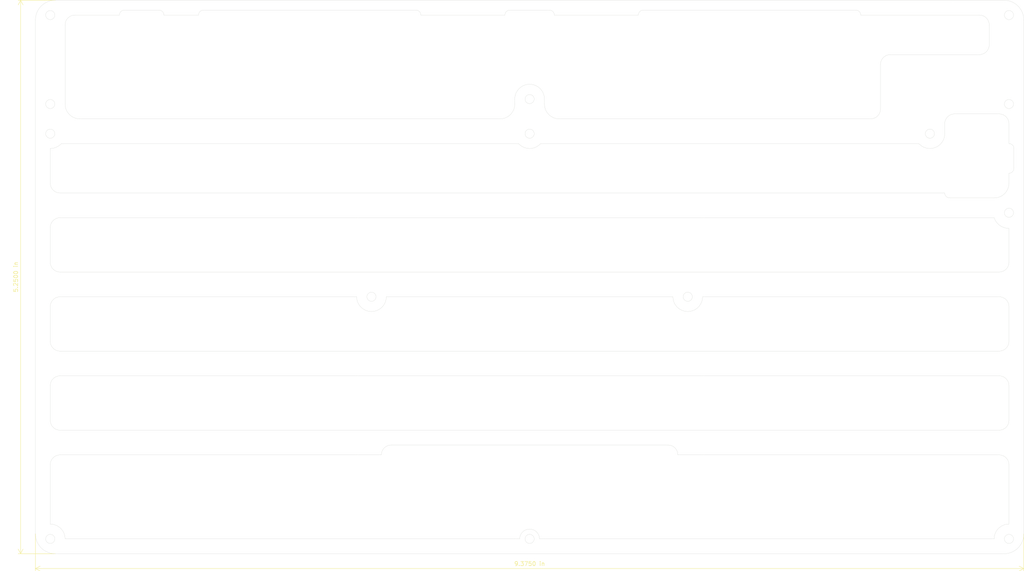
<source format=kicad_pcb>
(kicad_pcb (version 20171130) (host pcbnew "(5.1.5)-3")

  (general
    (thickness 1.6)
    (drawings 130)
    (tracks 0)
    (zones 0)
    (modules 0)
    (nets 1)
  )

  (page A4)
  (layers
    (0 F.Cu signal)
    (31 B.Cu signal)
    (32 B.Adhes user hide)
    (33 F.Adhes user hide)
    (34 B.Paste user hide)
    (35 F.Paste user hide)
    (36 B.SilkS user)
    (37 F.SilkS user)
    (38 B.Mask user)
    (39 F.Mask user)
    (40 Dwgs.User user hide)
    (41 Cmts.User user hide)
    (42 Eco1.User user hide)
    (43 Eco2.User user hide)
    (44 Edge.Cuts user)
    (45 Margin user hide)
    (46 B.CrtYd user hide)
    (47 F.CrtYd user hide)
    (48 B.Fab user hide)
    (49 F.Fab user hide)
  )

  (setup
    (last_trace_width 0.35)
    (trace_clearance 0.2)
    (zone_clearance 0.508)
    (zone_45_only no)
    (trace_min 0.2)
    (via_size 0.8)
    (via_drill 0.4)
    (via_min_size 0.4)
    (via_min_drill 0.3)
    (uvia_size 0.3)
    (uvia_drill 0.1)
    (uvias_allowed no)
    (uvia_min_size 0.2)
    (uvia_min_drill 0.1)
    (edge_width 0.05)
    (segment_width 0.2)
    (pcb_text_width 0.3)
    (pcb_text_size 1.5 1.5)
    (mod_edge_width 0.12)
    (mod_text_size 1 1)
    (mod_text_width 0.15)
    (pad_size 1.524 1.524)
    (pad_drill 0.762)
    (pad_to_mask_clearance 0.051)
    (solder_mask_min_width 0.25)
    (aux_axis_origin 0 0)
    (grid_origin 151.79925 56.426375)
    (visible_elements 7FFFF77F)
    (pcbplotparams
      (layerselection 0x01000_7ffffffe)
      (usegerberextensions true)
      (usegerberattributes false)
      (usegerberadvancedattributes false)
      (creategerberjobfile false)
      (excludeedgelayer true)
      (linewidth 0.100000)
      (plotframeref false)
      (viasonmask false)
      (mode 1)
      (useauxorigin false)
      (hpglpennumber 1)
      (hpglpenspeed 20)
      (hpglpendiameter 15.000000)
      (psnegative false)
      (psa4output false)
      (plotreference true)
      (plotvalue true)
      (plotinvisibletext false)
      (padsonsilk false)
      (subtractmaskfromsilk false)
      (outputformat 3)
      (mirror false)
      (drillshape 0)
      (scaleselection 1)
      (outputdirectory "dxf/"))
  )

  (net 0 "")

  (net_class Default "This is the default net class."
    (clearance 0.2)
    (trace_width 0.35)
    (via_dia 0.8)
    (via_drill 0.4)
    (uvia_dia 0.3)
    (uvia_drill 0.1)
    (diff_pair_width 0.35)
    (diff_pair_gap 0.25)
  )

  (dimension 238.125 (width 0.12) (layer F.SilkS)
    (gr_text "238.125 mm" (at 151.79925 162.471815) (layer F.SilkS)
      (effects (font (size 1 1) (thickness 0.15)))
    )
    (feature1 (pts (xy 270.86175 152.867) (xy 270.86175 161.788236)))
    (feature2 (pts (xy 32.73675 152.867) (xy 32.73675 161.788236)))
    (crossbar (pts (xy 32.73675 161.201815) (xy 270.86175 161.201815)))
    (arrow1a (pts (xy 270.86175 161.201815) (xy 269.735246 161.788236)))
    (arrow1b (pts (xy 270.86175 161.201815) (xy 269.735246 160.615394)))
    (arrow2a (pts (xy 32.73675 161.201815) (xy 33.863254 161.788236)))
    (arrow2b (pts (xy 32.73675 161.201815) (xy 33.863254 160.615394)))
  )
  (dimension 133.350425 (width 0.12) (layer F.SilkS)
    (gr_text "133.350 mm" (at 27.894596 90.954677 89.99979376) (layer F.SilkS)
      (effects (font (size 1 1) (thickness 0.15)))
    )
    (feature1 (pts (xy 37.49877 157.629925) (xy 28.577935 157.629893)))
    (feature2 (pts (xy 37.49925 24.2795) (xy 28.578415 24.279468)))
    (crossbar (pts (xy 29.164836 24.27947) (xy 29.164356 157.629895)))
    (arrow1a (pts (xy 29.164356 157.629895) (xy 28.577939 156.503389)))
    (arrow1b (pts (xy 29.164356 157.629895) (xy 29.750781 156.503393)))
    (arrow2a (pts (xy 29.164836 24.27947) (xy 28.578411 25.405972)))
    (arrow2b (pts (xy 29.164836 24.27947) (xy 29.751253 25.405976)))
  )
  (gr_line (start 262.52784 30.232515) (end 262.52784 34.995035) (layer Edge.Cuts) (width 0.05) (tstamp 600FDE40))
  (gr_arc (start 260.14658 30.232515) (end 262.52784 30.232515) (angle -90) (layer Edge.Cuts) (width 0.05))
  (gr_line (start 42.26129 27.851255) (end 52.977375 27.851375) (layer Edge.Cuts) (width 0.05) (tstamp 600FB170))
  (gr_line (start 39.88003 49.282595) (end 39.88003 30.232515) (layer Edge.Cuts) (width 0.05) (tstamp 600FB16F))
  (gr_arc (start 42.26129 30.232515) (end 42.26129 27.851255) (angle -90) (layer Edge.Cuts) (width 0.05))
  (gr_line (start 260.14658 37.376295) (end 238.71524 37.376295) (layer Edge.Cuts) (width 0.05) (tstamp 600FB16E))
  (gr_line (start 233.95272 52.854485) (end 158.94303 52.854485) (layer Edge.Cuts) (width 0.05) (tstamp 600FB16D))
  (gr_line (start 236.33398 39.757555) (end 236.33398 50.473225) (layer Edge.Cuts) (width 0.05) (tstamp 600FB16C))
  (gr_arc (start 233.95272 50.473225) (end 233.95272 52.854485) (angle -90) (layer Edge.Cuts) (width 0.05))
  (gr_arc (start 238.71524 39.757555) (end 238.71524 37.376295) (angle -90) (layer Edge.Cuts) (width 0.05))
  (gr_arc (start 260.14658 34.995035) (end 260.14658 37.376295) (angle -90) (layer Edge.Cuts) (width 0.05))
  (gr_line (start 264.9091 51.663855) (end 254.19343 51.663855) (layer Edge.Cuts) (width 0.05) (tstamp 600FA523))
  (gr_line (start 267.289875 58.807625) (end 267.29036 54.045115) (layer Edge.Cuts) (width 0.05) (tstamp 600FA522))
  (gr_line (start 251.810485 56.426375) (end 251.81217 54.045115) (layer Edge.Cuts) (width 0.05) (tstamp 600FA521))
  (gr_arc (start 254.19343 54.045115) (end 254.19343 51.663855) (angle -90) (layer Edge.Cuts) (width 0.05))
  (gr_arc (start 264.9091 54.045115) (end 267.29036 54.045115) (angle -90) (layer Edge.Cuts) (width 0.05))
  (gr_line (start 43.45192 52.854485) (end 144.65547 52.854485) (layer Edge.Cuts) (width 0.05) (tstamp 600FA4DC))
  (gr_line (start 155.37114 49.282595) (end 155.37114 48.091965) (layer Edge.Cuts) (width 0.05) (tstamp 600FA4DB))
  (gr_line (start 148.22736 49.282595) (end 148.22736 48.091965) (layer Edge.Cuts) (width 0.05) (tstamp 600FA4DA))
  (gr_arc (start 144.65547 49.282595) (end 144.65547 52.854485) (angle -90) (layer Edge.Cuts) (width 0.05))
  (gr_arc (start 158.94303 49.282595) (end 155.37114 49.282595) (angle -90) (layer Edge.Cuts) (width 0.05))
  (gr_arc (start 151.79925 48.091965) (end 155.37114 48.091965) (angle -180) (layer Edge.Cuts) (width 0.05))
  (gr_arc (start 43.45192 49.282595) (end 39.88003 49.282595) (angle -90) (layer Edge.Cuts) (width 0.05))
  (gr_circle (center 267.29036 49.282595) (end 268.39036 49.282595) (layer Edge.Cuts) (width 0.05) (tstamp 600F99BD))
  (gr_circle (center 151.79925 48.091965) (end 152.89925 48.091965) (layer Edge.Cuts) (width 0.05) (tstamp 600F99BD))
  (gr_circle (center 36.30814 49.282595) (end 37.40814 49.282595) (layer Edge.Cuts) (width 0.05) (tstamp 600F99BD))
  (gr_circle (center 36.308625 154.057625) (end 37.408625 154.057625) (layer Edge.Cuts) (width 0.05) (tstamp 5FE1303D))
  (gr_circle (center 36.308625 56.426375) (end 37.408625 56.426375) (layer Edge.Cuts) (width 0.05) (tstamp 5FE13B45))
  (gr_circle (center 36.308625 27.851375) (end 37.408625 27.851375) (layer Edge.Cuts) (width 0.05) (tstamp 5FE13044))
  (gr_line (start 245.579252 58.807623) (end 154.459318 58.808245) (layer Edge.Cuts) (width 0.05) (tstamp 5FE16736))
  (gr_arc (start 151.79925 56.426375) (end 149.138626 58.807624) (angle -96.32975834) (layer Edge.Cuts) (width 0.05))
  (gr_line (start 149.138626 58.807624) (end 38.969912 58.808777) (layer Edge.Cuts) (width 0.05) (tstamp 5FE16585))
  (gr_line (start 36.308625 59.99825) (end 36.308625 68.332625) (layer Edge.Cuts) (width 0.05) (tstamp 5FE1655C))
  (gr_line (start 38.689875 70.713875) (end 251.81175 70.713875) (layer Edge.Cuts) (width 0.05) (tstamp 5FE16563))
  (gr_line (start 253.002375 71.9045) (end 263.718 71.9045) (layer Edge.Cuts) (width 0.05) (tstamp 5FE16566))
  (gr_line (start 268.4805 64.76075) (end 268.4805 59.99825) (layer Edge.Cuts) (width 0.05) (tstamp 5FE1656F))
  (gr_arc (start 248.239875 56.426375) (end 245.579252 58.807623) (angle -138.1715706) (layer Edge.Cuts) (width 0.05))
  (gr_line (start 267.289875 68.332625) (end 267.289875 65.951375) (layer Edge.Cuts) (width 0.05) (tstamp 5FE1656A))
  (gr_line (start 154.1805 154.057625) (end 155.371125 154.057625) (layer Edge.Cuts) (width 0.05) (tstamp 5FE1F21F))
  (gr_line (start 148.227375 154.057625) (end 149.418 154.057625) (layer Edge.Cuts) (width 0.05) (tstamp 5FE1F21E))
  (gr_arc (start 151.79925 154.057625) (end 154.1805 154.057625) (angle -180) (layer Edge.Cuts) (width 0.05))
  (gr_arc (start 267.289875 64.76075) (end 267.289875 65.951375) (angle -90) (layer Edge.Cuts) (width 0.05))
  (gr_arc (start 267.289875 59.99825) (end 268.4805 59.99825) (angle -90) (layer Edge.Cuts) (width 0.05))
  (gr_line (start 231.571125 27.851375) (end 260.14658 27.851375) (layer Edge.Cuts) (width 0.05) (tstamp 5FE1B4A3))
  (gr_line (start 157.752375 27.851375) (end 177.993 27.851375) (layer Edge.Cuts) (width 0.05) (tstamp 5FE1B4A2))
  (gr_line (start 125.6055 27.851375) (end 145.846125 27.851375) (layer Edge.Cuts) (width 0.05) (tstamp 5FE1B4A1))
  (gr_line (start 63.693 27.851375) (end 72.027375 27.851375) (layer Edge.Cuts) (width 0.05) (tstamp 5FE1B4A0))
  (gr_line (start 179.183625 26.66075) (end 230.3805 26.66075) (layer Edge.Cuts) (width 0.05) (tstamp 5FE19A59))
  (gr_line (start 147.03675 26.66075) (end 156.56175 26.66075) (layer Edge.Cuts) (width 0.05) (tstamp 5FE19A58))
  (gr_line (start 73.218 26.66075) (end 124.414875 26.66075) (layer Edge.Cuts) (width 0.05) (tstamp 5FE19A57))
  (gr_line (start 54.168 26.66075) (end 62.502375 26.66075) (layer Edge.Cuts) (width 0.05) (tstamp 5FE19A56))
  (gr_arc (start 230.3805 27.851375) (end 231.571125 27.851375) (angle -90) (layer Edge.Cuts) (width 0.05))
  (gr_arc (start 179.183625 27.851375) (end 179.183625 26.66075) (angle -90) (layer Edge.Cuts) (width 0.05))
  (gr_arc (start 156.56175 27.851375) (end 157.752375 27.851375) (angle -90) (layer Edge.Cuts) (width 0.05))
  (gr_arc (start 147.03675 27.851375) (end 147.03675 26.66075) (angle -90) (layer Edge.Cuts) (width 0.05))
  (gr_arc (start 124.414875 27.851375) (end 125.6055 27.851375) (angle -90) (layer Edge.Cuts) (width 0.05))
  (gr_arc (start 73.218 27.851375) (end 73.218 26.66075) (angle -90) (layer Edge.Cuts) (width 0.05))
  (gr_arc (start 62.502375 27.851375) (end 63.693 27.851375) (angle -90) (layer Edge.Cuts) (width 0.05))
  (gr_arc (start 54.168 27.851375) (end 54.168 26.66075) (angle -90) (layer Edge.Cuts) (width 0.05))
  (gr_arc (start 263.718 68.332625) (end 263.718 71.9045) (angle -90) (layer Edge.Cuts) (width 0.05))
  (gr_arc (start 253.002375 70.713875) (end 251.81175 70.713875) (angle -90) (layer Edge.Cuts) (width 0.05))
  (gr_line (start 187.518 133.817) (end 193.471125 133.817) (layer Edge.Cuts) (width 0.05) (tstamp 5FE13E7E))
  (gr_line (start 110.127375 133.817) (end 116.0805 133.817) (layer Edge.Cuts) (width 0.05) (tstamp 5FE13E7B))
  (gr_line (start 118.46175 131.43575) (end 185.13675 131.43575) (layer Edge.Cuts) (width 0.05) (tstamp 5FE13E77))
  (gr_arc (start 185.13675 133.817) (end 187.518 133.817) (angle -90) (layer Edge.Cuts) (width 0.05))
  (gr_arc (start 118.46175 133.817) (end 118.46175 131.43575) (angle -90) (layer Edge.Cuts) (width 0.05))
  (gr_line (start 267.289875 136.19825) (end 267.289875 150.48575) (layer Edge.Cuts) (width 0.05) (tstamp 5FE13DA9))
  (gr_line (start 267.289875 117.14825) (end 267.289875 125.482625) (layer Edge.Cuts) (width 0.05) (tstamp 5FE13DA8))
  (gr_line (start 36.308625 136.19825) (end 36.308625 150.48575) (layer Edge.Cuts) (width 0.05) (tstamp 5FE13DA7))
  (gr_line (start 36.308625 117.14825) (end 36.308625 125.482625) (layer Edge.Cuts) (width 0.05) (tstamp 5FE13DA6))
  (gr_line (start 38.689875 133.817) (end 110.127375 133.817) (layer Edge.Cuts) (width 0.05) (tstamp 5FE13D9C))
  (gr_arc (start 264.908625 125.482625) (end 264.908625 127.863875) (angle -90) (layer Edge.Cuts) (width 0.05) (tstamp 5FE13D9B))
  (gr_arc (start 264.908625 136.19825) (end 267.289875 136.19825) (angle -90) (layer Edge.Cuts) (width 0.05) (tstamp 5FE13D9A))
  (gr_line (start 264.908625 133.817) (end 193.471125 133.817) (layer Edge.Cuts) (width 0.05) (tstamp 5FE13D99))
  (gr_arc (start 38.689875 136.19825) (end 38.689875 133.817) (angle -90) (layer Edge.Cuts) (width 0.05) (tstamp 5FE13D98))
  (gr_line (start 38.689875 127.863875) (end 264.908625 127.863875) (layer Edge.Cuts) (width 0.05) (tstamp 5FE13D97))
  (gr_arc (start 38.689875 125.482625) (end 36.308625 125.482625) (angle -90) (layer Edge.Cuts) (width 0.05) (tstamp 5FE13D96))
  (gr_arc (start 38.689875 68.332625) (end 36.308625 68.332625) (angle -90) (layer Edge.Cuts) (width 0.05))
  (gr_arc (start 36.308625 56.426375) (end 36.308625 59.99825) (angle -48.16488004) (layer Edge.Cuts) (width 0.05))
  (gr_line (start 264.908625 89.763875) (end 38.689875 89.763875) (layer Edge.Cuts) (width 0.05) (tstamp 5FE13D4F))
  (gr_line (start 267.289874 79.241461) (end 267.289875 87.382625) (layer Edge.Cuts) (width 0.05) (tstamp 5FE13D4E))
  (gr_arc (start 264.908625 87.382625) (end 264.908625 89.763875) (angle -90) (layer Edge.Cuts) (width 0.05))
  (gr_line (start 110.127375 76.667) (end 38.689875 76.667) (layer Edge.Cuts) (width 0.05) (tstamp 5FE13D4D))
  (gr_line (start 36.308625 79.04825) (end 36.308625 87.382625) (layer Edge.Cuts) (width 0.05) (tstamp 5FE13D4B))
  (gr_arc (start 38.689875 87.382625) (end 36.308625 87.382625) (angle -90) (layer Edge.Cuts) (width 0.05))
  (gr_arc (start 38.689875 79.04825) (end 38.689875 76.667) (angle -90) (layer Edge.Cuts) (width 0.05))
  (gr_line (start 263.718001 76.666999) (end 193.471125 76.667) (layer Edge.Cuts) (width 0.05) (tstamp 5FE13D42))
  (gr_arc (start 267.289875 75.476375) (end 263.718001 76.666999) (angle -71.56505118) (layer Edge.Cuts) (width 0.05))
  (gr_line (start 38.689875 108.813875) (end 264.908625 108.813875) (layer Edge.Cuts) (width 0.05) (tstamp 5FE13C95))
  (gr_line (start 36.308625 98.09825) (end 36.308625 106.432625) (layer Edge.Cuts) (width 0.05) (tstamp 5FE13C94))
  (gr_line (start 38.689875 95.717) (end 110.127375 95.717) (layer Edge.Cuts) (width 0.05) (tstamp 5FE13C93))
  (gr_line (start 264.908625 95.717) (end 193.471125 95.717) (layer Edge.Cuts) (width 0.05) (tstamp 5FE13C92))
  (gr_line (start 267.289875 106.432625) (end 267.289875 98.09825) (layer Edge.Cuts) (width 0.05) (tstamp 5FE13C91))
  (gr_arc (start 264.908625 106.432625) (end 264.908625 108.813875) (angle -90) (layer Edge.Cuts) (width 0.05))
  (gr_arc (start 264.908625 98.09825) (end 267.289875 98.09825) (angle -90) (layer Edge.Cuts) (width 0.05))
  (gr_arc (start 38.689875 98.09825) (end 38.689875 95.717) (angle -90) (layer Edge.Cuts) (width 0.05))
  (gr_arc (start 38.689875 106.432625) (end 36.308625 106.432625) (angle -90) (layer Edge.Cuts) (width 0.05))
  (gr_line (start 38.689875 114.767) (end 110.127375 114.767) (layer Edge.Cuts) (width 0.05) (tstamp 5FE13C90))
  (gr_line (start 264.908625 114.767) (end 193.471125 114.767) (layer Edge.Cuts) (width 0.05) (tstamp 5FE13C8E))
  (gr_arc (start 264.908625 117.14825) (end 267.289875 117.14825) (angle -90) (layer Edge.Cuts) (width 0.05))
  (gr_arc (start 38.689875 117.14825) (end 38.689875 114.767) (angle -90) (layer Edge.Cuts) (width 0.05))
  (gr_circle (center 151.79925 56.426375) (end 152.89925 56.426375) (layer Edge.Cuts) (width 0.05) (tstamp 5FE13C8B))
  (gr_line (start 155.371125 154.057625) (end 263.718 154.057625) (layer Edge.Cuts) (width 0.05) (tstamp 5FE13B8B))
  (gr_line (start 39.8805 154.057625) (end 148.227375 154.057625) (layer Edge.Cuts) (width 0.05) (tstamp 5FE13B8A))
  (gr_circle (center 248.239875 56.426375) (end 249.339875 56.426375) (layer Edge.Cuts) (width 0.05) (tstamp 5FE13B45))
  (gr_circle (center 267.289875 75.476375) (end 268.389875 75.476375) (layer Edge.Cuts) (width 0.05) (tstamp 5FE13B45))
  (gr_circle (center 151.79925 154.057625) (end 152.89925 154.057625) (layer Edge.Cuts) (width 0.05) (tstamp 5FE13B20))
  (gr_line (start 193.471125 114.767) (end 110.127375 114.767) (layer Edge.Cuts) (width 0.05) (tstamp 5FE13573))
  (gr_line (start 110.127375 76.667) (end 193.471125 76.667) (layer Edge.Cuts) (width 0.05) (tstamp 5FE13572))
  (gr_arc (start 189.89925 95.717) (end 186.327375 95.717) (angle -180) (layer Edge.Cuts) (width 0.05) (tstamp 5FE13547))
  (gr_circle (center 189.89925 95.717) (end 190.99925 95.717) (layer Edge.Cuts) (width 0.05) (tstamp 5FE13546))
  (gr_arc (start 113.69925 95.717) (end 110.127375 95.717) (angle -180) (layer Edge.Cuts) (width 0.05))
  (gr_line (start 117.271125 95.717) (end 186.327375 95.717) (layer Edge.Cuts) (width 0.05))
  (gr_arc (start 36.308625 154.057625) (end 39.8805 154.057625) (angle -90) (layer Edge.Cuts) (width 0.05) (tstamp 5FE13046))
  (gr_arc (start 267.289875 154.057625) (end 267.289875 150.48575) (angle -90) (layer Edge.Cuts) (width 0.05) (tstamp 5FE13042))
  (gr_circle (center 267.289875 154.057625) (end 268.389875 154.057625) (layer Edge.Cuts) (width 0.05) (tstamp 5FE1303E))
  (gr_circle (center 113.69925 95.717) (end 114.79925 95.717) (layer Edge.Cuts) (width 0.05) (tstamp 5FE1303C))
  (gr_circle (center 267.289875 27.851375) (end 268.389875 27.851375) (layer Edge.Cuts) (width 0.05) (tstamp 5FE1303B))
  (gr_arc (start 37.49925 29.042) (end 37.49925 24.2795) (angle -90) (layer Edge.Cuts) (width 0.05) (tstamp 5FE1303A))
  (gr_arc (start 266.09925 152.867) (end 266.09925 157.6295) (angle -90) (layer Edge.Cuts) (width 0.05) (tstamp 5FE13039))
  (gr_line (start 266.09925 157.6295) (end 37.49925 157.6295) (layer Edge.Cuts) (width 0.05) (tstamp 5FE13038))
  (gr_line (start 49.79925 24.2795) (end 253.79925 24.2795) (layer Edge.Cuts) (width 0.05) (tstamp 5FE13037))
  (gr_line (start 270.86175 29.042) (end 270.86175 152.867) (layer Edge.Cuts) (width 0.05) (tstamp 5FE13036))
  (gr_line (start 32.73675 152.867) (end 32.73675 29.042) (layer Edge.Cuts) (width 0.05) (tstamp 5FE13035))
  (gr_arc (start 37.49925 152.867) (end 32.73675 152.867) (angle -90) (layer Edge.Cuts) (width 0.05) (tstamp 5FE13034))
  (gr_line (start 253.79925 24.2795) (end 266.09925 24.2795) (layer Edge.Cuts) (width 0.05) (tstamp 5FE13033))
  (gr_line (start 37.49925 24.2795) (end 49.79925 24.2795) (layer Edge.Cuts) (width 0.05) (tstamp 5FE13032))
  (gr_arc (start 266.09925 29.042) (end 270.86175 29.042) (angle -90) (layer Edge.Cuts) (width 0.05) (tstamp 5FE13031))

)

</source>
